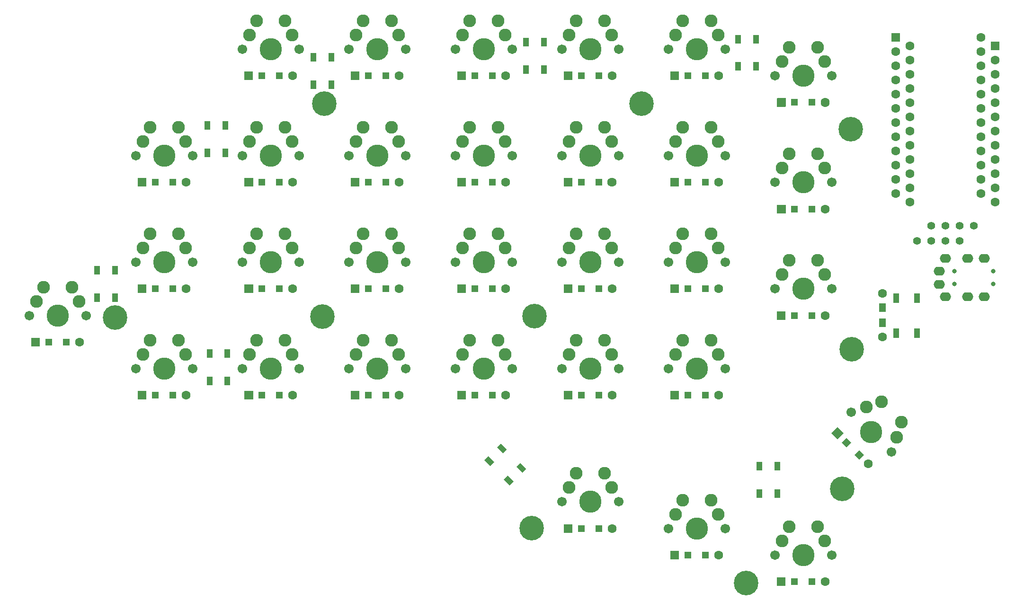
<source format=gbs>
%TF.GenerationSoftware,KiCad,Pcbnew,5.1.9*%
%TF.CreationDate,2021-04-18T16:48:49+02:00*%
%TF.ProjectId,Crystal-Zeliska,43727973-7461-46c2-9d5a-656c69736b61,rev?*%
%TF.SameCoordinates,Original*%
%TF.FileFunction,Soldermask,Bot*%
%TF.FilePolarity,Negative*%
%FSLAX46Y46*%
G04 Gerber Fmt 4.6, Leading zero omitted, Abs format (unit mm)*
G04 Created by KiCad (PCBNEW 5.1.9) date 2021-04-18 16:48:49*
%MOMM*%
%LPD*%
G01*
G04 APERTURE LIST*
%ADD10C,0.700000*%
%ADD11C,4.400000*%
%ADD12R,1.200000X1.200000*%
%ADD13R,1.600000X1.600000*%
%ADD14C,1.600000*%
%ADD15C,1.701800*%
%ADD16C,2.286000*%
%ADD17C,3.987800*%
%ADD18R,1.000000X1.500000*%
%ADD19O,2.000000X1.600000*%
%ADD20C,0.800000*%
%ADD21R,1.000000X1.700000*%
%ADD22C,0.100000*%
%ADD23C,1.397000*%
%ADD24R,1.200000X1.500000*%
G04 APERTURE END LIST*
D10*
%TO.C,REF\u002A\u002A*%
X105892396Y-58441914D03*
X104725670Y-57958640D03*
X103558944Y-58441914D03*
X103075670Y-59608640D03*
X103558944Y-60775366D03*
X104725670Y-61258640D03*
X105892396Y-60775366D03*
X106375670Y-59608640D03*
D11*
X104725670Y-59608640D03*
%TD*%
D10*
%TO.C,REF\u002A\u002A*%
X105582396Y-96561914D03*
X104415670Y-96078640D03*
X103248944Y-96561914D03*
X102765670Y-97728640D03*
X103248944Y-98895366D03*
X104415670Y-99378640D03*
X105582396Y-98895366D03*
X106065670Y-97728640D03*
D11*
X104415670Y-97728640D03*
%TD*%
D10*
%TO.C,REF\u002A\u002A*%
X68502396Y-96721914D03*
X67335670Y-96238640D03*
X66168944Y-96721914D03*
X65685670Y-97888640D03*
X66168944Y-99055366D03*
X67335670Y-99538640D03*
X68502396Y-99055366D03*
X68985670Y-97888640D03*
D11*
X67335670Y-97888640D03*
%TD*%
D10*
%TO.C,REF\u002A\u002A*%
X143532396Y-96441914D03*
X142365670Y-95958640D03*
X141198944Y-96441914D03*
X140715670Y-97608640D03*
X141198944Y-98775366D03*
X142365670Y-99258640D03*
X143532396Y-98775366D03*
X144015670Y-97608640D03*
D11*
X142365670Y-97608640D03*
%TD*%
D10*
%TO.C,REF\u002A\u002A*%
X143012396Y-134401914D03*
X141845670Y-133918640D03*
X140678944Y-134401914D03*
X140195670Y-135568640D03*
X140678944Y-136735366D03*
X141845670Y-137218640D03*
X143012396Y-136735366D03*
X143495670Y-135568640D03*
D11*
X141845670Y-135568640D03*
%TD*%
D10*
%TO.C,REF\u002A\u002A*%
X181362396Y-144221914D03*
X180195670Y-143738640D03*
X179028944Y-144221914D03*
X178545670Y-145388640D03*
X179028944Y-146555366D03*
X180195670Y-147038640D03*
X181362396Y-146555366D03*
X181845670Y-145388640D03*
D11*
X180195670Y-145388640D03*
%TD*%
D10*
%TO.C,REF\u002A\u002A*%
X198512396Y-127321914D03*
X197345670Y-126838640D03*
X196178944Y-127321914D03*
X195695670Y-128488640D03*
X196178944Y-129655366D03*
X197345670Y-130138640D03*
X198512396Y-129655366D03*
X198995670Y-128488640D03*
D11*
X197345670Y-128488640D03*
%TD*%
D10*
%TO.C,REF\u002A\u002A*%
X200192396Y-102391914D03*
X199025670Y-101908640D03*
X197858944Y-102391914D03*
X197375670Y-103558640D03*
X197858944Y-104725366D03*
X199025670Y-105208640D03*
X200192396Y-104725366D03*
X200675670Y-103558640D03*
D11*
X199025670Y-103558640D03*
%TD*%
D10*
%TO.C,REF\u002A\u002A*%
X200082396Y-62991914D03*
X198915670Y-62508640D03*
X197748944Y-62991914D03*
X197265670Y-64158640D03*
X197748944Y-65325366D03*
X198915670Y-65808640D03*
X200082396Y-65325366D03*
X200565670Y-64158640D03*
D11*
X198915670Y-64158640D03*
%TD*%
D10*
%TO.C,REF\u002A\u002A*%
X162632396Y-58431914D03*
X161465670Y-57948640D03*
X160298944Y-58431914D03*
X159815670Y-59598640D03*
X160298944Y-60765366D03*
X161465670Y-61248640D03*
X162632396Y-60765366D03*
X163115670Y-59598640D03*
D11*
X161465670Y-59598640D03*
%TD*%
D12*
%TO.C,D6*%
X96719420Y-73681140D03*
X93569420Y-73681140D03*
D13*
X91244420Y-73681140D03*
D14*
X99044420Y-73681140D03*
%TD*%
%TO.C,D28*%
X194294420Y-78438640D03*
D13*
X186494420Y-78438640D03*
D12*
X188819420Y-78438640D03*
X191969420Y-78438640D03*
%TD*%
D11*
%TO.C,REF\u002A\u002A*%
X67334420Y-97888640D03*
%TD*%
D13*
%TO.C,D19*%
X148384420Y-92726140D03*
D14*
X156184420Y-92726140D03*
%TD*%
D11*
%TO.C,REF\u002A\u002A*%
X197344420Y-128488640D03*
%TD*%
%TO.C,REF\u002A\u002A*%
X180194420Y-145388640D03*
%TD*%
%TO.C,REF\u002A\u002A*%
X141844420Y-135568640D03*
%TD*%
%TO.C,REF\u002A\u002A*%
X142364420Y-97608640D03*
%TD*%
D12*
%TO.C,D29*%
X191949420Y-97488640D03*
X188799420Y-97488640D03*
D13*
X186474420Y-97488640D03*
D14*
X194274420Y-97488640D03*
%TD*%
D15*
%TO.C,K26*%
X166254420Y-135588640D03*
X176414420Y-135588640D03*
D16*
X167524420Y-133048640D03*
D17*
X171334420Y-135588640D03*
D16*
X173874420Y-130508640D03*
X168794420Y-130508640D03*
X175144420Y-133048640D03*
%TD*%
D14*
%TO.C,D1*%
X79984420Y-73681140D03*
D13*
X72184420Y-73681140D03*
D12*
X74509420Y-73681140D03*
X77659420Y-73681140D03*
%TD*%
D14*
%TO.C,D9*%
X118084420Y-54621140D03*
D13*
X110284420Y-54621140D03*
D12*
X112609420Y-54621140D03*
X115759420Y-54621140D03*
%TD*%
D14*
%TO.C,D24*%
X175234420Y-92731140D03*
D13*
X167434420Y-92731140D03*
D12*
X169759420Y-92731140D03*
X172909420Y-92731140D03*
%TD*%
%TO.C,D15*%
X134809420Y-92718640D03*
X131659420Y-92718640D03*
D13*
X129334420Y-92718640D03*
D14*
X137134420Y-92718640D03*
%TD*%
D16*
%TO.C,K1*%
X79894420Y-66373640D03*
X73544420Y-63833640D03*
X78624420Y-63833640D03*
D17*
X76084420Y-68913640D03*
D16*
X72274420Y-66373640D03*
D15*
X81164420Y-68913640D03*
X71004420Y-68913640D03*
%TD*%
D14*
%TO.C,D13*%
X137134420Y-54621140D03*
D13*
X129334420Y-54621140D03*
D12*
X131659420Y-54621140D03*
X134809420Y-54621140D03*
%TD*%
D14*
%TO.C,D19*%
X156184420Y-92711140D03*
D13*
X148384420Y-92711140D03*
D12*
X150709420Y-92711140D03*
X153859420Y-92711140D03*
%TD*%
D14*
%TO.C,D7*%
X99044420Y-92711140D03*
D13*
X91244420Y-92711140D03*
D12*
X93569420Y-92711140D03*
X96719420Y-92711140D03*
%TD*%
%TO.C,D2*%
X77659420Y-92721140D03*
X74509420Y-92721140D03*
D13*
X72184420Y-92721140D03*
D14*
X79984420Y-92721140D03*
%TD*%
D18*
%TO.C,D39*%
X102824420Y-51308640D03*
X106024420Y-51308640D03*
X102824420Y-56208640D03*
X106024420Y-56208640D03*
%TD*%
D16*
%TO.C,K2*%
X79894420Y-85423640D03*
X73544420Y-82883640D03*
X78624420Y-82883640D03*
D17*
X76084420Y-87963640D03*
D16*
X72274420Y-85423640D03*
D15*
X81164420Y-87963640D03*
X71004420Y-87963640D03*
%TD*%
D12*
%TO.C,D10*%
X115759420Y-73691140D03*
X112609420Y-73691140D03*
D13*
X110284420Y-73691140D03*
D14*
X118084420Y-73691140D03*
%TD*%
D12*
%TO.C,D14*%
X134809420Y-73681140D03*
X131659420Y-73681140D03*
D13*
X129334420Y-73681140D03*
D14*
X137134420Y-73681140D03*
%TD*%
D12*
%TO.C,D18*%
X153834420Y-73648640D03*
X150684420Y-73648640D03*
D13*
X148359420Y-73648640D03*
D14*
X156159420Y-73648640D03*
%TD*%
D15*
%TO.C,K3*%
X71004420Y-107013640D03*
X81164420Y-107013640D03*
D16*
X72274420Y-104473640D03*
D17*
X76084420Y-107013640D03*
D16*
X78624420Y-101933640D03*
X73544420Y-101933640D03*
X79894420Y-104473640D03*
%TD*%
%TO.C,K11*%
X117994420Y-85423640D03*
X111644420Y-82883640D03*
X116724420Y-82883640D03*
D17*
X114184420Y-87963640D03*
D16*
X110374420Y-85423640D03*
D15*
X119264420Y-87963640D03*
X109104420Y-87963640D03*
%TD*%
D13*
%TO.C,U1*%
X206934420Y-47768640D03*
D14*
X206934420Y-50308640D03*
X206934420Y-52848640D03*
X206934420Y-55388640D03*
X206934420Y-57928640D03*
X206934420Y-60468640D03*
X206934420Y-63008640D03*
X206934420Y-65548640D03*
X206934420Y-68088640D03*
X206934420Y-70628640D03*
X206934420Y-73168640D03*
X206934420Y-75708640D03*
X222174420Y-75708640D03*
X222174420Y-73168640D03*
X222174420Y-70628640D03*
X222174420Y-68088640D03*
X222174420Y-65548640D03*
X222174420Y-63008640D03*
X222174420Y-60468640D03*
X222174420Y-57928640D03*
X222174420Y-55388640D03*
X222174420Y-52848640D03*
X222174420Y-50308640D03*
X222174420Y-47768640D03*
%TD*%
%TO.C,D22*%
X175234420Y-54621140D03*
D13*
X167434420Y-54621140D03*
D12*
X169759420Y-54621140D03*
X172909420Y-54621140D03*
%TD*%
%TO.C,D15*%
X115759420Y-92728640D03*
X112609420Y-92728640D03*
D13*
X110284420Y-92728640D03*
D14*
X118084420Y-92728640D03*
%TD*%
D12*
%TO.C,D23*%
X172909420Y-73681140D03*
X169759420Y-73681140D03*
D13*
X167434420Y-73681140D03*
D14*
X175234420Y-73681140D03*
%TD*%
D12*
%TO.C,D21*%
X153859420Y-135588640D03*
X150709420Y-135588640D03*
D13*
X148384420Y-135588640D03*
D14*
X156184420Y-135588640D03*
%TD*%
D12*
%TO.C,D3*%
X77659420Y-111778640D03*
X74509420Y-111778640D03*
D13*
X72184420Y-111778640D03*
D14*
X79984420Y-111778640D03*
%TD*%
%TO.C,D8*%
X99044420Y-111778640D03*
D13*
X91244420Y-111778640D03*
D12*
X93569420Y-111778640D03*
X96719420Y-111778640D03*
%TD*%
%TO.C,D5*%
X96709420Y-54631140D03*
X93559420Y-54631140D03*
D13*
X91234420Y-54631140D03*
D14*
X99034420Y-54631140D03*
%TD*%
D11*
%TO.C,REF\u002A\u002A*%
X198914420Y-64158640D03*
%TD*%
D19*
%TO.C,U2*%
X219804420Y-87298640D03*
D20*
X224404420Y-89598640D03*
X217404420Y-89598640D03*
D19*
X222804420Y-87298640D03*
X215804420Y-87298640D03*
X214704420Y-91898640D03*
%TD*%
D21*
%TO.C,SW1*%
X206974420Y-94358640D03*
X206974420Y-100658640D03*
X210774420Y-94358640D03*
X210774420Y-100658640D03*
%TD*%
D14*
%TO.C,U1*%
X209494420Y-49228640D03*
X209494420Y-51768640D03*
X209494420Y-54308640D03*
X209494420Y-56848640D03*
X209494420Y-59388640D03*
X209494420Y-61928640D03*
X209494420Y-64468640D03*
X209494420Y-67008640D03*
X209494420Y-69548640D03*
X209494420Y-72088640D03*
X209494420Y-74628640D03*
X209494420Y-77168640D03*
X224734420Y-77168640D03*
X224734420Y-74628640D03*
X224734420Y-72088640D03*
X224734420Y-69548640D03*
X224734420Y-67008640D03*
X224734420Y-64468640D03*
X224734420Y-61928640D03*
X224734420Y-59388640D03*
X224734420Y-56848640D03*
X224734420Y-54308640D03*
X224734420Y-51768640D03*
D13*
X224734420Y-49228640D03*
%TD*%
D14*
%TO.C,D3*%
X79984420Y-111776140D03*
D13*
X72184420Y-111776140D03*
%TD*%
%TO.C,D9*%
X110284420Y-54626140D03*
D14*
X118084420Y-54626140D03*
%TD*%
D13*
%TO.C,D20*%
X148384420Y-111776140D03*
D14*
X156184420Y-111776140D03*
%TD*%
%TO.C,D21*%
X156184420Y-135588640D03*
D13*
X148384420Y-135588640D03*
%TD*%
%TO.C,D22*%
X167434420Y-54626140D03*
D14*
X175234420Y-54626140D03*
%TD*%
%TO.C,D23*%
X175234420Y-73676140D03*
D13*
X167434420Y-73676140D03*
%TD*%
%TO.C,D24*%
X167434420Y-92726140D03*
D14*
X175234420Y-92726140D03*
%TD*%
%TO.C,D25*%
X175234420Y-111776140D03*
D13*
X167434420Y-111776140D03*
%TD*%
%TO.C,D26*%
X167434420Y-140351140D03*
D14*
X175234420Y-140351140D03*
%TD*%
%TO.C,D27*%
X194284420Y-59388640D03*
D13*
X186484420Y-59388640D03*
%TD*%
%TO.C,D28*%
X186484420Y-78438640D03*
D14*
X194284420Y-78438640D03*
%TD*%
%TO.C,D29*%
X194284420Y-97488640D03*
D13*
X186484420Y-97488640D03*
%TD*%
%TO.C,D31*%
X186484420Y-145113640D03*
D14*
X194284420Y-145113640D03*
%TD*%
D18*
%TO.C,D35*%
X178714420Y-48038640D03*
X181914420Y-48038640D03*
X178714420Y-52938640D03*
X181914420Y-52938640D03*
%TD*%
%TO.C,D37*%
X140804420Y-48568640D03*
X144004420Y-48568640D03*
X140804420Y-53468640D03*
X144004420Y-53468640D03*
%TD*%
%TO.C,D38*%
X182554420Y-124438640D03*
X185754420Y-124438640D03*
X182554420Y-129338640D03*
X185754420Y-129338640D03*
%TD*%
D22*
%TO.C,D40*%
G36*
X135144521Y-123714376D02*
G01*
X134437415Y-124421482D01*
X133376755Y-123360822D01*
X134083861Y-122653716D01*
X135144521Y-123714376D01*
G37*
G36*
X137407262Y-121451635D02*
G01*
X136700156Y-122158741D01*
X135639496Y-121098081D01*
X136346602Y-120390975D01*
X137407262Y-121451635D01*
G37*
G36*
X138609344Y-127179199D02*
G01*
X137902238Y-127886305D01*
X136841578Y-126825645D01*
X137548684Y-126118539D01*
X138609344Y-127179199D01*
G37*
G36*
X140872085Y-124916458D02*
G01*
X140164979Y-125623564D01*
X139104319Y-124562904D01*
X139811425Y-123855798D01*
X140872085Y-124916458D01*
G37*
%TD*%
D18*
%TO.C,D41*%
X87004420Y-68388640D03*
X83804420Y-68388640D03*
X87004420Y-63488640D03*
X83804420Y-63488640D03*
%TD*%
%TO.C,D42*%
X84224420Y-104328640D03*
X87424420Y-104328640D03*
X84224420Y-109228640D03*
X87424420Y-109228640D03*
%TD*%
%TO.C,D43*%
X64094420Y-89378640D03*
X67294420Y-89378640D03*
X64094420Y-94278640D03*
X67294420Y-94278640D03*
%TD*%
D14*
%TO.C,D5*%
X99034420Y-54626140D03*
D13*
X91234420Y-54626140D03*
%TD*%
D22*
%TO.C,D30*%
G36*
X195385333Y-118543424D02*
G01*
X196516704Y-117412053D01*
X197648075Y-118543424D01*
X196516704Y-119674795D01*
X195385333Y-118543424D01*
G37*
D14*
X202032136Y-124058856D03*
%TD*%
D15*
%TO.C,K4*%
X51954420Y-97488640D03*
X62114420Y-97488640D03*
D16*
X53224420Y-94948640D03*
D17*
X57034420Y-97488640D03*
D16*
X59574420Y-92408640D03*
X54494420Y-92408640D03*
X60844420Y-94948640D03*
%TD*%
%TO.C,K5*%
X98944420Y-47323640D03*
X92594420Y-44783640D03*
X97674420Y-44783640D03*
D17*
X95134420Y-49863640D03*
D16*
X91324420Y-47323640D03*
D15*
X100214420Y-49863640D03*
X90054420Y-49863640D03*
%TD*%
D16*
%TO.C,K6*%
X98944420Y-66373640D03*
X92594420Y-63833640D03*
X97674420Y-63833640D03*
D17*
X95134420Y-68913640D03*
D16*
X91324420Y-66373640D03*
D15*
X100214420Y-68913640D03*
X90054420Y-68913640D03*
%TD*%
D16*
%TO.C,K7*%
X98944420Y-85423640D03*
X92594420Y-82883640D03*
X97674420Y-82883640D03*
D17*
X95134420Y-87963640D03*
D16*
X91324420Y-85423640D03*
D15*
X100214420Y-87963640D03*
X90054420Y-87963640D03*
%TD*%
%TO.C,K8*%
X90054420Y-107013640D03*
X100214420Y-107013640D03*
D16*
X91324420Y-104473640D03*
D17*
X95134420Y-107013640D03*
D16*
X97674420Y-101933640D03*
X92594420Y-101933640D03*
X98944420Y-104473640D03*
%TD*%
D15*
%TO.C,K9*%
X109104420Y-49863640D03*
X119264420Y-49863640D03*
D16*
X110374420Y-47323640D03*
D17*
X114184420Y-49863640D03*
D16*
X116724420Y-44783640D03*
X111644420Y-44783640D03*
X117994420Y-47323640D03*
%TD*%
D15*
%TO.C,K10*%
X109104420Y-68913640D03*
X119264420Y-68913640D03*
D16*
X110374420Y-66373640D03*
D17*
X114184420Y-68913640D03*
D16*
X116724420Y-63833640D03*
X111644420Y-63833640D03*
X117994420Y-66373640D03*
%TD*%
D14*
%TO.C,D17*%
X156184420Y-54621140D03*
D13*
X148384420Y-54621140D03*
D12*
X150709420Y-54621140D03*
X153859420Y-54621140D03*
%TD*%
D16*
%TO.C,K22*%
X175144420Y-47323640D03*
X168794420Y-44783640D03*
X173874420Y-44783640D03*
D17*
X171334420Y-49863640D03*
D16*
X167524420Y-47323640D03*
D15*
X176414420Y-49863640D03*
X166254420Y-49863640D03*
%TD*%
D23*
%TO.C,Brd1*%
X213304420Y-81458640D03*
X215844420Y-81458640D03*
X218384420Y-81458640D03*
X220924420Y-81458640D03*
%TD*%
D12*
%TO.C,D27*%
X191969420Y-59378640D03*
X188819420Y-59378640D03*
D13*
X186494420Y-59378640D03*
D14*
X194294420Y-59378640D03*
%TD*%
%TO.C,D20*%
X156184420Y-111781140D03*
D13*
X148384420Y-111781140D03*
D12*
X150709420Y-111781140D03*
X153859420Y-111781140D03*
%TD*%
%TO.C,D25*%
X172909420Y-111778640D03*
X169759420Y-111778640D03*
D13*
X167434420Y-111778640D03*
D14*
X175234420Y-111778640D03*
%TD*%
D11*
%TO.C,REF\u002A\u002A*%
X199024420Y-103558640D03*
%TD*%
D14*
%TO.C,D16*%
X137134420Y-111781140D03*
D13*
X129334420Y-111781140D03*
D12*
X131659420Y-111781140D03*
X134809420Y-111781140D03*
%TD*%
%TO.C,D4*%
X58609420Y-102248640D03*
X55459420Y-102248640D03*
D13*
X53134420Y-102248640D03*
D14*
X60934420Y-102248640D03*
%TD*%
%TO.C,D12*%
X118084420Y-111778640D03*
D13*
X110284420Y-111778640D03*
D12*
X112609420Y-111778640D03*
X115759420Y-111778640D03*
%TD*%
D14*
%TO.C,D31*%
X194284420Y-145113640D03*
D13*
X186484420Y-145113640D03*
D12*
X188809420Y-145113640D03*
X191959420Y-145113640D03*
%TD*%
D11*
%TO.C,REF\u002A\u002A*%
X104724420Y-59608640D03*
%TD*%
D14*
%TO.C,D30*%
X202024636Y-124056356D03*
D22*
G36*
X195377833Y-118540924D02*
G01*
X196509204Y-117409553D01*
X197640575Y-118540924D01*
X196509204Y-119672295D01*
X195377833Y-118540924D01*
G37*
G36*
X197304699Y-120184947D02*
G01*
X198153227Y-119336419D01*
X199001755Y-120184947D01*
X198153227Y-121033475D01*
X197304699Y-120184947D01*
G37*
G36*
X199532085Y-122412333D02*
G01*
X200380613Y-121563805D01*
X201229141Y-122412333D01*
X200380613Y-123260861D01*
X199532085Y-122412333D01*
G37*
%TD*%
D11*
%TO.C,REF\u002A\u002A*%
X161464420Y-59588640D03*
%TD*%
D14*
%TO.C,D26*%
X175234420Y-140346140D03*
D13*
X167434420Y-140346140D03*
D12*
X169759420Y-140346140D03*
X172909420Y-140346140D03*
%TD*%
D11*
%TO.C,REF\u002A\u002A*%
X104414420Y-97728640D03*
%TD*%
D13*
%TO.C,D1*%
X72184420Y-73676140D03*
D14*
X79984420Y-73676140D03*
%TD*%
%TO.C,D2*%
X79984420Y-92726140D03*
D13*
X72184420Y-92726140D03*
%TD*%
D14*
%TO.C,D4*%
X60934420Y-102251140D03*
D13*
X53134420Y-102251140D03*
%TD*%
D14*
%TO.C,D6*%
X99034420Y-73676140D03*
D13*
X91234420Y-73676140D03*
%TD*%
%TO.C,D7*%
X91234420Y-92726140D03*
D14*
X99034420Y-92726140D03*
%TD*%
D13*
%TO.C,D8*%
X91234420Y-111776140D03*
D14*
X99034420Y-111776140D03*
%TD*%
%TO.C,D10*%
X118084420Y-73676140D03*
D13*
X110284420Y-73676140D03*
%TD*%
D14*
%TO.C,D11*%
X118084420Y-92726140D03*
D13*
X110284420Y-92726140D03*
%TD*%
%TO.C,D12*%
X110284420Y-111776140D03*
D14*
X118084420Y-111776140D03*
%TD*%
D13*
%TO.C,D13*%
X129334420Y-54626140D03*
D14*
X137134420Y-54626140D03*
%TD*%
%TO.C,D14*%
X137134420Y-73676140D03*
D13*
X129334420Y-73676140D03*
%TD*%
D14*
%TO.C,D15*%
X137134420Y-92726140D03*
D13*
X129334420Y-92726140D03*
%TD*%
%TO.C,D16*%
X129334420Y-111776140D03*
D14*
X137134420Y-111776140D03*
%TD*%
D13*
%TO.C,D17*%
X148384420Y-54626140D03*
D14*
X156184420Y-54626140D03*
%TD*%
%TO.C,D18*%
X156184420Y-73676140D03*
D13*
X148384420Y-73676140D03*
%TD*%
D16*
%TO.C,K12*%
X117994420Y-104473640D03*
X111644420Y-101933640D03*
X116724420Y-101933640D03*
D17*
X114184420Y-107013640D03*
D16*
X110374420Y-104473640D03*
D15*
X119264420Y-107013640D03*
X109104420Y-107013640D03*
%TD*%
%TO.C,K13*%
X128154420Y-49863640D03*
X138314420Y-49863640D03*
D16*
X129424420Y-47323640D03*
D17*
X133234420Y-49863640D03*
D16*
X135774420Y-44783640D03*
X130694420Y-44783640D03*
X137044420Y-47323640D03*
%TD*%
D15*
%TO.C,K14*%
X128154420Y-68913640D03*
X138314420Y-68913640D03*
D16*
X129424420Y-66373640D03*
D17*
X133234420Y-68913640D03*
D16*
X135774420Y-63833640D03*
X130694420Y-63833640D03*
X137044420Y-66373640D03*
%TD*%
D15*
%TO.C,K15*%
X128154420Y-87963640D03*
X138314420Y-87963640D03*
D16*
X129424420Y-85423640D03*
D17*
X133234420Y-87963640D03*
D16*
X135774420Y-82883640D03*
X130694420Y-82883640D03*
X137044420Y-85423640D03*
%TD*%
%TO.C,K16*%
X137044420Y-104473640D03*
X130694420Y-101933640D03*
X135774420Y-101933640D03*
D17*
X133234420Y-107013640D03*
D16*
X129424420Y-104473640D03*
D15*
X138314420Y-107013640D03*
X128154420Y-107013640D03*
%TD*%
%TO.C,K17*%
X147204420Y-49863640D03*
X157364420Y-49863640D03*
D16*
X148474420Y-47323640D03*
D17*
X152284420Y-49863640D03*
D16*
X154824420Y-44783640D03*
X149744420Y-44783640D03*
X156094420Y-47323640D03*
%TD*%
D15*
%TO.C,K18*%
X147204420Y-68913640D03*
X157364420Y-68913640D03*
D16*
X148474420Y-66373640D03*
D17*
X152284420Y-68913640D03*
D16*
X154824420Y-63833640D03*
X149744420Y-63833640D03*
X156094420Y-66373640D03*
%TD*%
%TO.C,K19*%
X156094420Y-85423640D03*
X149744420Y-82883640D03*
X154824420Y-82883640D03*
D17*
X152284420Y-87963640D03*
D16*
X148474420Y-85423640D03*
D15*
X157364420Y-87963640D03*
X147204420Y-87963640D03*
%TD*%
D16*
%TO.C,K20*%
X156094420Y-104473640D03*
X149744420Y-101933640D03*
X154824420Y-101933640D03*
D17*
X152284420Y-107013640D03*
D16*
X148474420Y-104473640D03*
D15*
X157364420Y-107013640D03*
X147204420Y-107013640D03*
%TD*%
%TO.C,K21*%
X147204420Y-130826140D03*
X157364420Y-130826140D03*
D16*
X148474420Y-128286140D03*
D17*
X152284420Y-130826140D03*
D16*
X154824420Y-125746140D03*
X149744420Y-125746140D03*
X156094420Y-128286140D03*
%TD*%
D15*
%TO.C,K23*%
X166254420Y-68913640D03*
X176414420Y-68913640D03*
D16*
X167524420Y-66373640D03*
D17*
X171334420Y-68913640D03*
D16*
X173874420Y-63833640D03*
X168794420Y-63833640D03*
X175144420Y-66373640D03*
%TD*%
%TO.C,K24*%
X175144420Y-85423640D03*
X168794420Y-82883640D03*
X173874420Y-82883640D03*
D17*
X171334420Y-87963640D03*
D16*
X167524420Y-85423640D03*
D15*
X176414420Y-87963640D03*
X166254420Y-87963640D03*
%TD*%
D16*
%TO.C,K25*%
X175144420Y-104473640D03*
X168794420Y-101933640D03*
X173874420Y-101933640D03*
D17*
X171334420Y-107013640D03*
D16*
X167524420Y-104473640D03*
D15*
X176414420Y-107013640D03*
X166254420Y-107013640D03*
%TD*%
D16*
%TO.C,K27*%
X194194420Y-52086140D03*
X187844420Y-49546140D03*
X192924420Y-49546140D03*
D17*
X190384420Y-54626140D03*
D16*
X186574420Y-52086140D03*
D15*
X195464420Y-54626140D03*
X185304420Y-54626140D03*
%TD*%
%TO.C,K28*%
X185304420Y-73676140D03*
X195464420Y-73676140D03*
D16*
X186574420Y-71136140D03*
D17*
X190384420Y-73676140D03*
D16*
X192924420Y-68596140D03*
X187844420Y-68596140D03*
X194194420Y-71136140D03*
%TD*%
%TO.C,K29*%
X194194420Y-90186140D03*
X187844420Y-87646140D03*
X192924420Y-87646140D03*
D17*
X190384420Y-92726140D03*
D16*
X186574420Y-90186140D03*
D15*
X195464420Y-92726140D03*
X185304420Y-92726140D03*
%TD*%
%TO.C,K30*%
X198977883Y-114764342D03*
X206162087Y-121948546D03*
D16*
X201671959Y-113866316D03*
D17*
X202569985Y-118356444D03*
D16*
X207958139Y-116560393D03*
X204366036Y-112968290D03*
X207060113Y-119254470D03*
%TD*%
%TO.C,K31*%
X194194420Y-137811140D03*
X187844420Y-135271140D03*
X192924420Y-135271140D03*
D17*
X190384420Y-140351140D03*
D16*
X186574420Y-137811140D03*
D15*
X195464420Y-140351140D03*
X185304420Y-140351140D03*
%TD*%
D23*
%TO.C,Brd1*%
X210754420Y-84158640D03*
X213294420Y-84158640D03*
X215834420Y-84158640D03*
X218374420Y-84158640D03*
%TD*%
D19*
%TO.C,U2*%
X214694420Y-89548640D03*
X215794420Y-94148640D03*
X222794420Y-94148640D03*
D20*
X217394420Y-91848640D03*
X224394420Y-91848640D03*
D19*
X219794420Y-94148640D03*
%TD*%
D24*
%TO.C,R1*%
X204595670Y-98768640D03*
X204595670Y-96068640D03*
D14*
X204595670Y-101318640D03*
X204595670Y-93518640D03*
%TD*%
M02*

</source>
